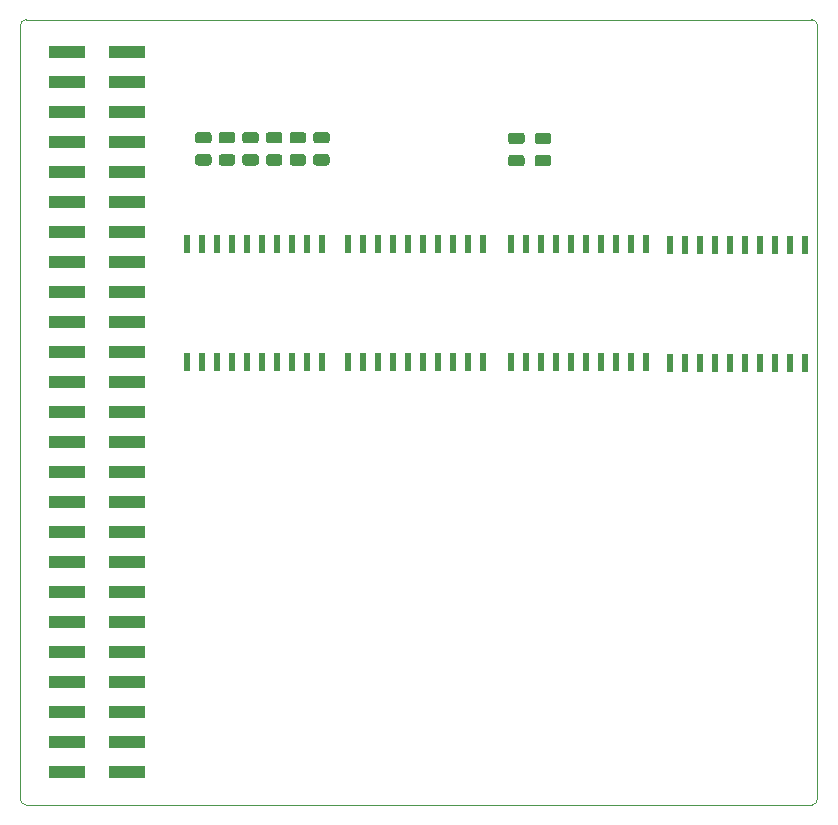
<source format=gbr>
%TF.GenerationSoftware,KiCad,Pcbnew,(5.1.6)-1*%
%TF.CreationDate,2020-06-25T23:28:32-05:00*%
%TF.ProjectId,rascsi_din,72617363-7369-45f6-9469-6e2e6b696361,rev?*%
%TF.SameCoordinates,Original*%
%TF.FileFunction,Paste,Top*%
%TF.FilePolarity,Positive*%
%FSLAX46Y46*%
G04 Gerber Fmt 4.6, Leading zero omitted, Abs format (unit mm)*
G04 Created by KiCad (PCBNEW (5.1.6)-1) date 2020-06-25 23:28:32*
%MOMM*%
%LPD*%
G01*
G04 APERTURE LIST*
%TA.AperFunction,Profile*%
%ADD10C,0.050000*%
%TD*%
%ADD11R,0.600000X1.500000*%
%ADD12R,3.150000X1.000000*%
G04 APERTURE END LIST*
D10*
X121500000Y-114000000D02*
G75*
G02*
X121000000Y-114500000I-500000J0D01*
G01*
X54500000Y-114500000D02*
G75*
G02*
X54000000Y-114000000I0J500000D01*
G01*
X54000000Y-48500000D02*
G75*
G02*
X54500000Y-48000000I500000J0D01*
G01*
X121000000Y-48000000D02*
G75*
G02*
X121500000Y-48500000I0J-500000D01*
G01*
X54000000Y-114000000D02*
X54000000Y-48500000D01*
X121000000Y-114500000D02*
X54500000Y-114500000D01*
X121500000Y-48500000D02*
X121500000Y-114000000D01*
X54500000Y-48000000D02*
X121000000Y-48000000D01*
%TO.C,R4*%
G36*
G01*
X69043750Y-59387500D02*
X69956250Y-59387500D01*
G75*
G02*
X70200000Y-59631250I0J-243750D01*
G01*
X70200000Y-60118750D01*
G75*
G02*
X69956250Y-60362500I-243750J0D01*
G01*
X69043750Y-60362500D01*
G75*
G02*
X68800000Y-60118750I0J243750D01*
G01*
X68800000Y-59631250D01*
G75*
G02*
X69043750Y-59387500I243750J0D01*
G01*
G37*
G36*
G01*
X69043750Y-57512500D02*
X69956250Y-57512500D01*
G75*
G02*
X70200000Y-57756250I0J-243750D01*
G01*
X70200000Y-58243750D01*
G75*
G02*
X69956250Y-58487500I-243750J0D01*
G01*
X69043750Y-58487500D01*
G75*
G02*
X68800000Y-58243750I0J243750D01*
G01*
X68800000Y-57756250D01*
G75*
G02*
X69043750Y-57512500I243750J0D01*
G01*
G37*
%TD*%
%TO.C,R3*%
G36*
G01*
X73043750Y-59387500D02*
X73956250Y-59387500D01*
G75*
G02*
X74200000Y-59631250I0J-243750D01*
G01*
X74200000Y-60118750D01*
G75*
G02*
X73956250Y-60362500I-243750J0D01*
G01*
X73043750Y-60362500D01*
G75*
G02*
X72800000Y-60118750I0J243750D01*
G01*
X72800000Y-59631250D01*
G75*
G02*
X73043750Y-59387500I243750J0D01*
G01*
G37*
G36*
G01*
X73043750Y-57512500D02*
X73956250Y-57512500D01*
G75*
G02*
X74200000Y-57756250I0J-243750D01*
G01*
X74200000Y-58243750D01*
G75*
G02*
X73956250Y-58487500I-243750J0D01*
G01*
X73043750Y-58487500D01*
G75*
G02*
X72800000Y-58243750I0J243750D01*
G01*
X72800000Y-57756250D01*
G75*
G02*
X73043750Y-57512500I243750J0D01*
G01*
G37*
%TD*%
%TO.C,R2*%
G36*
G01*
X95543750Y-59450000D02*
X96456250Y-59450000D01*
G75*
G02*
X96700000Y-59693750I0J-243750D01*
G01*
X96700000Y-60181250D01*
G75*
G02*
X96456250Y-60425000I-243750J0D01*
G01*
X95543750Y-60425000D01*
G75*
G02*
X95300000Y-60181250I0J243750D01*
G01*
X95300000Y-59693750D01*
G75*
G02*
X95543750Y-59450000I243750J0D01*
G01*
G37*
G36*
G01*
X95543750Y-57575000D02*
X96456250Y-57575000D01*
G75*
G02*
X96700000Y-57818750I0J-243750D01*
G01*
X96700000Y-58306250D01*
G75*
G02*
X96456250Y-58550000I-243750J0D01*
G01*
X95543750Y-58550000D01*
G75*
G02*
X95300000Y-58306250I0J243750D01*
G01*
X95300000Y-57818750D01*
G75*
G02*
X95543750Y-57575000I243750J0D01*
G01*
G37*
%TD*%
%TO.C,R1*%
G36*
G01*
X77043750Y-59387500D02*
X77956250Y-59387500D01*
G75*
G02*
X78200000Y-59631250I0J-243750D01*
G01*
X78200000Y-60118750D01*
G75*
G02*
X77956250Y-60362500I-243750J0D01*
G01*
X77043750Y-60362500D01*
G75*
G02*
X76800000Y-60118750I0J243750D01*
G01*
X76800000Y-59631250D01*
G75*
G02*
X77043750Y-59387500I243750J0D01*
G01*
G37*
G36*
G01*
X77043750Y-57512500D02*
X77956250Y-57512500D01*
G75*
G02*
X78200000Y-57756250I0J-243750D01*
G01*
X78200000Y-58243750D01*
G75*
G02*
X77956250Y-58487500I-243750J0D01*
G01*
X77043750Y-58487500D01*
G75*
G02*
X76800000Y-58243750I0J243750D01*
G01*
X76800000Y-57756250D01*
G75*
G02*
X77043750Y-57512500I243750J0D01*
G01*
G37*
%TD*%
%TO.C,D5*%
G36*
G01*
X71956250Y-58487500D02*
X71043750Y-58487500D01*
G75*
G02*
X70800000Y-58243750I0J243750D01*
G01*
X70800000Y-57756250D01*
G75*
G02*
X71043750Y-57512500I243750J0D01*
G01*
X71956250Y-57512500D01*
G75*
G02*
X72200000Y-57756250I0J-243750D01*
G01*
X72200000Y-58243750D01*
G75*
G02*
X71956250Y-58487500I-243750J0D01*
G01*
G37*
G36*
G01*
X71956250Y-60362500D02*
X71043750Y-60362500D01*
G75*
G02*
X70800000Y-60118750I0J243750D01*
G01*
X70800000Y-59631250D01*
G75*
G02*
X71043750Y-59387500I243750J0D01*
G01*
X71956250Y-59387500D01*
G75*
G02*
X72200000Y-59631250I0J-243750D01*
G01*
X72200000Y-60118750D01*
G75*
G02*
X71956250Y-60362500I-243750J0D01*
G01*
G37*
%TD*%
%TO.C,D4*%
G36*
G01*
X75956250Y-58487500D02*
X75043750Y-58487500D01*
G75*
G02*
X74800000Y-58243750I0J243750D01*
G01*
X74800000Y-57756250D01*
G75*
G02*
X75043750Y-57512500I243750J0D01*
G01*
X75956250Y-57512500D01*
G75*
G02*
X76200000Y-57756250I0J-243750D01*
G01*
X76200000Y-58243750D01*
G75*
G02*
X75956250Y-58487500I-243750J0D01*
G01*
G37*
G36*
G01*
X75956250Y-60362500D02*
X75043750Y-60362500D01*
G75*
G02*
X74800000Y-60118750I0J243750D01*
G01*
X74800000Y-59631250D01*
G75*
G02*
X75043750Y-59387500I243750J0D01*
G01*
X75956250Y-59387500D01*
G75*
G02*
X76200000Y-59631250I0J-243750D01*
G01*
X76200000Y-60118750D01*
G75*
G02*
X75956250Y-60362500I-243750J0D01*
G01*
G37*
%TD*%
%TO.C,D3*%
G36*
G01*
X98706250Y-58552500D02*
X97793750Y-58552500D01*
G75*
G02*
X97550000Y-58308750I0J243750D01*
G01*
X97550000Y-57821250D01*
G75*
G02*
X97793750Y-57577500I243750J0D01*
G01*
X98706250Y-57577500D01*
G75*
G02*
X98950000Y-57821250I0J-243750D01*
G01*
X98950000Y-58308750D01*
G75*
G02*
X98706250Y-58552500I-243750J0D01*
G01*
G37*
G36*
G01*
X98706250Y-60427500D02*
X97793750Y-60427500D01*
G75*
G02*
X97550000Y-60183750I0J243750D01*
G01*
X97550000Y-59696250D01*
G75*
G02*
X97793750Y-59452500I243750J0D01*
G01*
X98706250Y-59452500D01*
G75*
G02*
X98950000Y-59696250I0J-243750D01*
G01*
X98950000Y-60183750D01*
G75*
G02*
X98706250Y-60427500I-243750J0D01*
G01*
G37*
%TD*%
%TO.C,D2*%
G36*
G01*
X79956250Y-58487500D02*
X79043750Y-58487500D01*
G75*
G02*
X78800000Y-58243750I0J243750D01*
G01*
X78800000Y-57756250D01*
G75*
G02*
X79043750Y-57512500I243750J0D01*
G01*
X79956250Y-57512500D01*
G75*
G02*
X80200000Y-57756250I0J-243750D01*
G01*
X80200000Y-58243750D01*
G75*
G02*
X79956250Y-58487500I-243750J0D01*
G01*
G37*
G36*
G01*
X79956250Y-60362500D02*
X79043750Y-60362500D01*
G75*
G02*
X78800000Y-60118750I0J243750D01*
G01*
X78800000Y-59631250D01*
G75*
G02*
X79043750Y-59387500I243750J0D01*
G01*
X79956250Y-59387500D01*
G75*
G02*
X80200000Y-59631250I0J-243750D01*
G01*
X80200000Y-60118750D01*
G75*
G02*
X79956250Y-60362500I-243750J0D01*
G01*
G37*
%TD*%
D11*
%TO.C,U4*%
X120415000Y-77100000D03*
X119145000Y-77100000D03*
X117875000Y-77100000D03*
X116605000Y-77100000D03*
X115335000Y-77100000D03*
X114065000Y-77100000D03*
X112795000Y-77100000D03*
X111525000Y-77100000D03*
X110255000Y-77100000D03*
X108985000Y-77100000D03*
X108985000Y-67100000D03*
X110255000Y-67100000D03*
X111525000Y-67100000D03*
X112795000Y-67100000D03*
X114065000Y-67100000D03*
X115335000Y-67100000D03*
X116605000Y-67100000D03*
X117875000Y-67100000D03*
X119145000Y-67100000D03*
X120415000Y-67100000D03*
%TD*%
%TO.C,U3*%
X107015000Y-77000000D03*
X105745000Y-77000000D03*
X104475000Y-77000000D03*
X103205000Y-77000000D03*
X101935000Y-77000000D03*
X100665000Y-77000000D03*
X99395000Y-77000000D03*
X98125000Y-77000000D03*
X96855000Y-77000000D03*
X95585000Y-77000000D03*
X95585000Y-67000000D03*
X96855000Y-67000000D03*
X98125000Y-67000000D03*
X99395000Y-67000000D03*
X100665000Y-67000000D03*
X101935000Y-67000000D03*
X103205000Y-67000000D03*
X104475000Y-67000000D03*
X105745000Y-67000000D03*
X107015000Y-67000000D03*
%TD*%
%TO.C,U2*%
X81785000Y-67000000D03*
X83055000Y-67000000D03*
X84325000Y-67000000D03*
X85595000Y-67000000D03*
X86865000Y-67000000D03*
X88135000Y-67000000D03*
X89405000Y-67000000D03*
X90675000Y-67000000D03*
X91945000Y-67000000D03*
X93215000Y-67000000D03*
X93215000Y-77000000D03*
X91945000Y-77000000D03*
X90675000Y-77000000D03*
X89405000Y-77000000D03*
X88135000Y-77000000D03*
X86865000Y-77000000D03*
X85595000Y-77000000D03*
X84325000Y-77000000D03*
X83055000Y-77000000D03*
X81785000Y-77000000D03*
%TD*%
%TO.C,U1*%
X68085000Y-67000000D03*
X69355000Y-67000000D03*
X70625000Y-67000000D03*
X71895000Y-67000000D03*
X73165000Y-67000000D03*
X74435000Y-67000000D03*
X75705000Y-67000000D03*
X76975000Y-67000000D03*
X78245000Y-67000000D03*
X79515000Y-67000000D03*
X79515000Y-77000000D03*
X78245000Y-77000000D03*
X76975000Y-77000000D03*
X75705000Y-77000000D03*
X74435000Y-77000000D03*
X73165000Y-77000000D03*
X71895000Y-77000000D03*
X70625000Y-77000000D03*
X69355000Y-77000000D03*
X68085000Y-77000000D03*
%TD*%
D12*
%TO.C,J3*%
X63050000Y-111740000D03*
X58000000Y-111740000D03*
X63050000Y-109200000D03*
X58000000Y-109200000D03*
X63050000Y-106660000D03*
X58000000Y-106660000D03*
X63050000Y-104120000D03*
X58000000Y-104120000D03*
X63050000Y-101580000D03*
X58000000Y-101580000D03*
X63050000Y-99040000D03*
X58000000Y-99040000D03*
X63050000Y-96500000D03*
X58000000Y-96500000D03*
X63050000Y-93960000D03*
X58000000Y-93960000D03*
X63050000Y-91420000D03*
X58000000Y-91420000D03*
X63050000Y-88880000D03*
X58000000Y-88880000D03*
X63050000Y-86340000D03*
X58000000Y-86340000D03*
X63050000Y-83800000D03*
X58000000Y-83800000D03*
X63050000Y-81260000D03*
X58000000Y-81260000D03*
X63050000Y-78720000D03*
X58000000Y-78720000D03*
X63050000Y-76180000D03*
X58000000Y-76180000D03*
X63050000Y-73640000D03*
X58000000Y-73640000D03*
X63050000Y-71100000D03*
X58000000Y-71100000D03*
X63050000Y-68560000D03*
X58000000Y-68560000D03*
X63050000Y-66020000D03*
X58000000Y-66020000D03*
X63050000Y-63480000D03*
X58000000Y-63480000D03*
X63050000Y-60940000D03*
X58000000Y-60940000D03*
X63050000Y-58400000D03*
X58000000Y-58400000D03*
X63050000Y-55860000D03*
X58000000Y-55860000D03*
X63050000Y-53320000D03*
X58000000Y-53320000D03*
X63050000Y-50780000D03*
X58000000Y-50780000D03*
%TD*%
M02*

</source>
